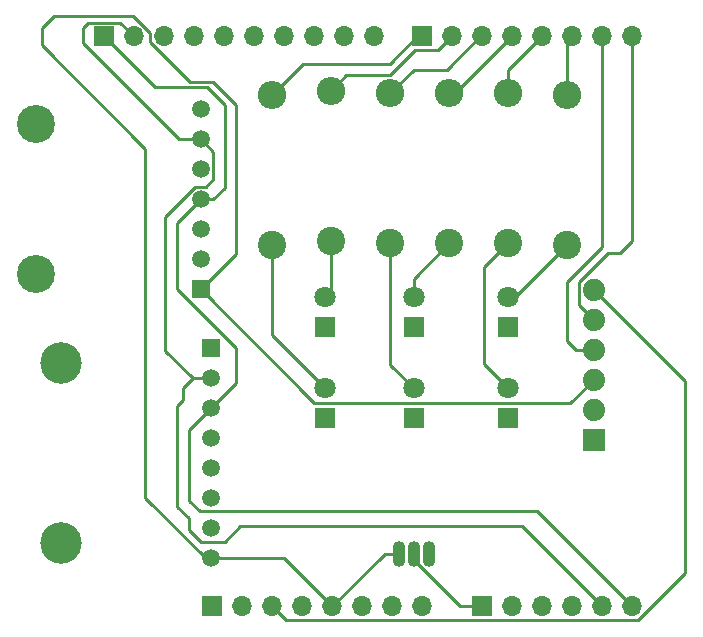
<source format=gbr>
%TF.GenerationSoftware,KiCad,Pcbnew,8.0.8*%
%TF.CreationDate,2025-03-12T20:50:06-06:00*%
%TF.ProjectId,UnoShieldFinalProject,556e6f53-6869-4656-9c64-46696e616c50,rev?*%
%TF.SameCoordinates,Original*%
%TF.FileFunction,Copper,L1,Top*%
%TF.FilePolarity,Positive*%
%FSLAX46Y46*%
G04 Gerber Fmt 4.6, Leading zero omitted, Abs format (unit mm)*
G04 Created by KiCad (PCBNEW 8.0.8) date 2025-03-12 20:50:06*
%MOMM*%
%LPD*%
G01*
G04 APERTURE LIST*
%TA.AperFunction,ComponentPad*%
%ADD10R,1.700000X1.700000*%
%TD*%
%TA.AperFunction,ComponentPad*%
%ADD11O,1.700000X1.700000*%
%TD*%
%TA.AperFunction,ComponentPad*%
%ADD12O,1.100000X2.200000*%
%TD*%
%TA.AperFunction,ComponentPad*%
%ADD13R,1.800000X1.800000*%
%TD*%
%TA.AperFunction,ComponentPad*%
%ADD14C,1.800000*%
%TD*%
%TA.AperFunction,ComponentPad*%
%ADD15R,1.879600X1.879600*%
%TD*%
%TA.AperFunction,ComponentPad*%
%ADD16C,1.879600*%
%TD*%
%TA.AperFunction,ComponentPad*%
%ADD17C,2.400000*%
%TD*%
%TA.AperFunction,ComponentPad*%
%ADD18O,2.400000X2.400000*%
%TD*%
%TA.AperFunction,ComponentPad*%
%ADD19R,1.508000X1.508000*%
%TD*%
%TA.AperFunction,ComponentPad*%
%ADD20C,1.508000*%
%TD*%
%TA.AperFunction,ComponentPad*%
%ADD21C,3.216000*%
%TD*%
%TA.AperFunction,ComponentPad*%
%ADD22C,3.516000*%
%TD*%
%TA.AperFunction,Conductor*%
%ADD23C,0.250000*%
%TD*%
G04 APERTURE END LIST*
D10*
%TO.P,J1,1,Pin_1*%
%TO.N,unconnected-(J1-Pin_1-Pad1)*%
X127940000Y-97460000D03*
D11*
%TO.P,J1,2,Pin_2*%
%TO.N,/IOREF*%
X130480000Y-97460000D03*
%TO.P,J1,3,Pin_3*%
%TO.N,/Reset*%
X133020000Y-97460000D03*
%TO.P,J1,4,Pin_4*%
%TO.N,+3V3*%
X135560000Y-97460000D03*
%TO.P,J1,5,Pin_5*%
%TO.N,+5V*%
X138100000Y-97460000D03*
%TO.P,J1,6,Pin_6*%
%TO.N,GND*%
X140640000Y-97460000D03*
%TO.P,J1,7,Pin_7*%
X143180000Y-97460000D03*
%TO.P,J1,8,Pin_8*%
%TO.N,VCC*%
X145720000Y-97460000D03*
%TD*%
D10*
%TO.P,J3,1,Pin_1*%
%TO.N,/A0*%
X150800000Y-97460000D03*
D11*
%TO.P,J3,2,Pin_2*%
%TO.N,/A1*%
X153340000Y-97460000D03*
%TO.P,J3,3,Pin_3*%
%TO.N,/A2*%
X155880000Y-97460000D03*
%TO.P,J3,4,Pin_4*%
%TO.N,/A3*%
X158420000Y-97460000D03*
%TO.P,J3,5,Pin_5*%
%TO.N,/SDA{slash}A4*%
X160960000Y-97460000D03*
%TO.P,J3,6,Pin_6*%
%TO.N,/SCL{slash}A5*%
X163500000Y-97460000D03*
%TD*%
D10*
%TO.P,J2,1,Pin_1*%
%TO.N,/SCL{slash}A5*%
X118796000Y-49200000D03*
D11*
%TO.P,J2,2,Pin_2*%
%TO.N,/SDA{slash}A4*%
X121336000Y-49200000D03*
%TO.P,J2,3,Pin_3*%
%TO.N,/AREF*%
X123876000Y-49200000D03*
%TO.P,J2,4,Pin_4*%
%TO.N,GND*%
X126416000Y-49200000D03*
%TO.P,J2,5,Pin_5*%
%TO.N,/13*%
X128956000Y-49200000D03*
%TO.P,J2,6,Pin_6*%
%TO.N,/12*%
X131496000Y-49200000D03*
%TO.P,J2,7,Pin_7*%
%TO.N,/\u002A11*%
X134036000Y-49200000D03*
%TO.P,J2,8,Pin_8*%
%TO.N,/\u002A10*%
X136576000Y-49200000D03*
%TO.P,J2,9,Pin_9*%
%TO.N,/\u002A9*%
X139116000Y-49200000D03*
%TO.P,J2,10,Pin_10*%
%TO.N,/8*%
X141656000Y-49200000D03*
%TD*%
D10*
%TO.P,J4,1,Pin_1*%
%TO.N,/7*%
X145720000Y-49200000D03*
D11*
%TO.P,J4,2,Pin_2*%
%TO.N,/\u002A6*%
X148260000Y-49200000D03*
%TO.P,J4,3,Pin_3*%
%TO.N,/\u002A5*%
X150800000Y-49200000D03*
%TO.P,J4,4,Pin_4*%
%TO.N,/4*%
X153340000Y-49200000D03*
%TO.P,J4,5,Pin_5*%
%TO.N,/\u002A3*%
X155880000Y-49200000D03*
%TO.P,J4,6,Pin_6*%
%TO.N,/2*%
X158420000Y-49200000D03*
%TO.P,J4,7,Pin_7*%
%TO.N,/TX{slash}1*%
X160960000Y-49200000D03*
%TO.P,J4,8,Pin_8*%
%TO.N,/RX{slash}0*%
X163500000Y-49200000D03*
%TD*%
D12*
%TO.P,U2,1,+VS*%
%TO.N,+5V*%
X143730000Y-93000000D03*
%TO.P,U2,2,VOUT*%
%TO.N,/A0*%
X145000000Y-93000000D03*
%TO.P,U2,3,GND*%
%TO.N,GND*%
X146270000Y-93000000D03*
%TD*%
D13*
%TO.P,D4,1,K*%
%TO.N,GND*%
X145000000Y-81540000D03*
D14*
%TO.P,D4,2,A*%
%TO.N,Net-(D4-A)*%
X145000000Y-79000000D03*
%TD*%
D15*
%TO.P,U1,1,BLK*%
%TO.N,GND*%
X160245000Y-83350000D03*
D16*
%TO.P,U1,2,GND*%
X160245000Y-80810000D03*
%TO.P,U1,3,VCC*%
%TO.N,+5V*%
X160245000Y-78270000D03*
%TO.P,U1,4,TXO*%
%TO.N,/TX{slash}1*%
X160245000Y-75730000D03*
%TO.P,U1,5,RXI*%
%TO.N,/RX{slash}0*%
X160245000Y-73190000D03*
%TO.P,U1,6,GRN*%
%TO.N,/Reset*%
X160245000Y-70650000D03*
%TD*%
D17*
%TO.P,R3,1*%
%TO.N,Net-(D3-A)*%
X148000000Y-66700000D03*
D18*
%TO.P,R3,2*%
%TO.N,/4*%
X148000000Y-54000000D03*
%TD*%
D13*
%TO.P,D2,1,K*%
%TO.N,GND*%
X153000000Y-81500000D03*
D14*
%TO.P,D2,2,A*%
%TO.N,Net-(D2-A)*%
X153000000Y-78960000D03*
%TD*%
D17*
%TO.P,R2,1*%
%TO.N,Net-(D2-A)*%
X153000000Y-66700000D03*
D18*
%TO.P,R2,2*%
%TO.N,/\u002A3*%
X153000000Y-54000000D03*
%TD*%
D17*
%TO.P,R4,1*%
%TO.N,Net-(D4-A)*%
X143000000Y-66700000D03*
D18*
%TO.P,R4,2*%
%TO.N,/\u002A5*%
X143000000Y-54000000D03*
%TD*%
D17*
%TO.P,R5,1*%
%TO.N,Net-(D5-A)*%
X138000000Y-66500000D03*
D18*
%TO.P,R5,2*%
%TO.N,/\u002A6*%
X138000000Y-53800000D03*
%TD*%
D19*
%TO.P,U3,1,VIN*%
%TO.N,+5V*%
X126985000Y-70620000D03*
D20*
%TO.P,U3,2,3VO*%
%TO.N,unconnected-(U3-3VO-Pad2)*%
X126985000Y-68080000D03*
%TO.P,U3,3,GND*%
%TO.N,GND*%
X126985000Y-65540000D03*
%TO.P,U3,4,SCK*%
%TO.N,/SCL{slash}A5*%
X126985000Y-63000000D03*
%TO.P,U3,5,SDO*%
%TO.N,unconnected-(U3-SDO-Pad5)*%
X126985000Y-60460000D03*
%TO.P,U3,6,SDI*%
%TO.N,/SDA{slash}A4*%
X126985000Y-57920000D03*
%TO.P,U3,7,CS*%
%TO.N,unconnected-(U3-CS-Pad7)*%
X126985000Y-55380000D03*
D21*
%TO.P,U3,P1*%
%TO.N,N/C*%
X113015000Y-69350000D03*
%TO.P,U3,P2*%
X113015000Y-56650000D03*
%TD*%
D19*
%TO.P,U4,1,A*%
%TO.N,unconnected-(U4-A-Pad1)*%
X127850000Y-75610000D03*
D20*
%TO.P,U4,2,SDA*%
%TO.N,/SDA{slash}A4*%
X127850000Y-78150000D03*
%TO.P,U4,3,SCL*%
%TO.N,/SCL{slash}A5*%
X127850000Y-80690000D03*
%TO.P,U4,4,I1*%
%TO.N,unconnected-(U4-I1-Pad4)*%
X127850000Y-83230000D03*
%TO.P,U4,5,I2*%
%TO.N,unconnected-(U4-I2-Pad5)*%
X127850000Y-85770000D03*
%TO.P,U4,6,3VO*%
%TO.N,unconnected-(U4-3VO-Pad6)*%
X127850000Y-88310000D03*
%TO.P,U4,7,GND*%
%TO.N,GND*%
X127850000Y-90850000D03*
%TO.P,U4,8,VIN*%
%TO.N,+5V*%
X127850000Y-93390000D03*
D22*
%TO.P,U4,P1*%
%TO.N,N/C*%
X115150000Y-92120000D03*
%TO.P,U4,P2*%
X115150000Y-76880000D03*
%TD*%
D13*
%TO.P,D6,1,K*%
%TO.N,GND*%
X137500000Y-81500000D03*
D14*
%TO.P,D6,2,A*%
%TO.N,Net-(D6-A)*%
X137500000Y-78960000D03*
%TD*%
D17*
%TO.P,R1,1*%
%TO.N,Net-(D1-A)*%
X158000000Y-66850000D03*
D18*
%TO.P,R1,2*%
%TO.N,/2*%
X158000000Y-54150000D03*
%TD*%
D13*
%TO.P,D3,1,K*%
%TO.N,GND*%
X145000000Y-73775000D03*
D14*
%TO.P,D3,2,A*%
%TO.N,Net-(D3-A)*%
X145000000Y-71235000D03*
%TD*%
D13*
%TO.P,D1,1,K*%
%TO.N,GND*%
X153000000Y-73775000D03*
D14*
%TO.P,D1,2,A*%
%TO.N,Net-(D1-A)*%
X153000000Y-71235000D03*
%TD*%
D13*
%TO.P,D5,1,K*%
%TO.N,GND*%
X137500000Y-73775000D03*
D14*
%TO.P,D5,2,A*%
%TO.N,Net-(D5-A)*%
X137500000Y-71235000D03*
%TD*%
D17*
%TO.P,R6,1*%
%TO.N,Net-(D6-A)*%
X133000000Y-66850000D03*
D18*
%TO.P,R6,2*%
%TO.N,/7*%
X133000000Y-54150000D03*
%TD*%
D23*
%TO.N,+5V*%
X130000000Y-55000000D02*
X130000000Y-67605000D01*
X128050000Y-53050000D02*
X130000000Y-55000000D01*
X126050000Y-53050000D02*
X128050000Y-53050000D01*
X130000000Y-67605000D02*
X126985000Y-70620000D01*
X121272701Y-47475000D02*
X122701000Y-48903299D01*
X114525482Y-47475000D02*
X121272701Y-47475000D01*
X122701000Y-49701000D02*
X126050000Y-53050000D01*
X113515000Y-48485482D02*
X114525482Y-47475000D01*
X122701000Y-48903299D02*
X122701000Y-49701000D01*
X113515000Y-49914518D02*
X113515000Y-48485482D01*
X122300241Y-88300241D02*
X122300241Y-58699759D01*
X122300241Y-58699759D02*
X113515000Y-49914518D01*
X127390000Y-93390000D02*
X122300241Y-88300241D01*
X127850000Y-93390000D02*
X127390000Y-93390000D01*
%TO.N,/SDA{slash}A4*%
X120161000Y-48025000D02*
X121336000Y-49200000D01*
X117000000Y-49754000D02*
X117000000Y-48500000D01*
X117000000Y-48500000D02*
X117475000Y-48025000D01*
X125166000Y-57920000D02*
X117000000Y-49754000D01*
X126985000Y-57920000D02*
X125166000Y-57920000D01*
X117475000Y-48025000D02*
X120161000Y-48025000D01*
%TO.N,/SCL{slash}A5*%
X123096000Y-53500000D02*
X118796000Y-49200000D01*
X129000000Y-62051317D02*
X129000000Y-55000000D01*
X129000000Y-55000000D02*
X127500000Y-53500000D01*
X127500000Y-53500000D02*
X123096000Y-53500000D01*
X128051317Y-63000000D02*
X129000000Y-62051317D01*
X126985000Y-63000000D02*
X128051317Y-63000000D01*
%TO.N,/SDA{slash}A4*%
X124000000Y-75800000D02*
X126350000Y-78150000D01*
X124000000Y-64459063D02*
X124000000Y-75800000D01*
X126538063Y-61921000D02*
X124000000Y-64459063D01*
X127431937Y-61921000D02*
X126538063Y-61921000D01*
X128064000Y-61288937D02*
X127431937Y-61921000D01*
X128064000Y-58999000D02*
X128064000Y-61288937D01*
X126985000Y-57920000D02*
X128064000Y-58999000D01*
%TO.N,/SCL{slash}A5*%
X125000000Y-70602000D02*
X125000000Y-64985000D01*
X130000000Y-75602000D02*
X125000000Y-70602000D01*
X125000000Y-64985000D02*
X126985000Y-63000000D01*
X127850000Y-80690000D02*
X130000000Y-78540000D01*
X130000000Y-78540000D02*
X130000000Y-75602000D01*
%TO.N,+5V*%
X136590000Y-80225000D02*
X126985000Y-70620000D01*
X158290000Y-80225000D02*
X136590000Y-80225000D01*
X160245000Y-78270000D02*
X158290000Y-80225000D01*
%TO.N,/SCL{slash}A5*%
X126000000Y-82540000D02*
X127850000Y-80690000D01*
X126000000Y-88500000D02*
X126000000Y-82540000D01*
X126889000Y-89389000D02*
X126000000Y-88500000D01*
X155429000Y-89389000D02*
X126889000Y-89389000D01*
X163500000Y-97460000D02*
X155429000Y-89389000D01*
%TO.N,/SDA{slash}A4*%
X126350000Y-78150000D02*
X127850000Y-78150000D01*
X125500000Y-79000000D02*
X126350000Y-78150000D01*
X125500000Y-80000000D02*
X125500000Y-79000000D01*
X125000000Y-80500000D02*
X125500000Y-80000000D01*
X126000000Y-91000000D02*
X126000000Y-90000000D01*
X127000000Y-92000000D02*
X126000000Y-91000000D01*
X126000000Y-90000000D02*
X125000000Y-89000000D01*
X129000000Y-92000000D02*
X127000000Y-92000000D01*
X154155000Y-90655000D02*
X130345000Y-90655000D01*
X160960000Y-97460000D02*
X154155000Y-90655000D01*
X130345000Y-90655000D02*
X129000000Y-92000000D01*
X125000000Y-89000000D02*
X125000000Y-80500000D01*
%TO.N,/Reset*%
X168000000Y-94621701D02*
X168000000Y-78405000D01*
X163986701Y-98635000D02*
X168000000Y-94621701D01*
X134195000Y-98635000D02*
X163986701Y-98635000D01*
X133020000Y-97460000D02*
X134195000Y-98635000D01*
X168000000Y-78405000D02*
X160245000Y-70650000D01*
%TO.N,+5V*%
X134030000Y-93390000D02*
X138100000Y-97460000D01*
X127850000Y-93390000D02*
X134030000Y-93390000D01*
%TO.N,/A0*%
X148910000Y-97460000D02*
X150800000Y-97460000D01*
X145000000Y-93550000D02*
X148910000Y-97460000D01*
X145000000Y-93000000D02*
X145000000Y-93550000D01*
%TO.N,+5V*%
X143730000Y-93000000D02*
X142560000Y-93000000D01*
X142560000Y-93000000D02*
X138100000Y-97460000D01*
%TO.N,/RX{slash}0*%
X161500000Y-67500000D02*
X162500000Y-67500000D01*
X158980200Y-70019800D02*
X161500000Y-67500000D01*
X163500000Y-66500000D02*
X163500000Y-49200000D01*
X158980200Y-71925200D02*
X158980200Y-70019800D01*
X160245000Y-73190000D02*
X158980200Y-71925200D01*
X162500000Y-67500000D02*
X163500000Y-66500000D01*
%TO.N,/TX{slash}1*%
X158000000Y-70000000D02*
X160960000Y-67040000D01*
X158000000Y-75000000D02*
X158000000Y-70000000D01*
X158730000Y-75730000D02*
X158000000Y-75000000D01*
X160245000Y-75730000D02*
X158730000Y-75730000D01*
X160960000Y-67040000D02*
X160960000Y-49200000D01*
%TO.N,Net-(D6-A)*%
X133000000Y-74460000D02*
X137500000Y-78960000D01*
X133000000Y-66850000D02*
X133000000Y-74460000D01*
%TO.N,Net-(D5-A)*%
X138000000Y-70735000D02*
X137500000Y-71235000D01*
X138000000Y-66500000D02*
X138000000Y-70735000D01*
%TO.N,Net-(D4-A)*%
X143000000Y-77000000D02*
X145000000Y-79000000D01*
X143000000Y-66700000D02*
X143000000Y-77000000D01*
%TO.N,Net-(D3-A)*%
X145000000Y-69700000D02*
X145000000Y-71235000D01*
X148000000Y-66700000D02*
X145000000Y-69700000D01*
%TO.N,Net-(D2-A)*%
X151000000Y-76960000D02*
X153000000Y-78960000D01*
X151000000Y-68700000D02*
X151000000Y-76960000D01*
X153000000Y-66700000D02*
X151000000Y-68700000D01*
%TO.N,Net-(D1-A)*%
X153615000Y-71235000D02*
X153000000Y-71235000D01*
X158000000Y-66850000D02*
X153615000Y-71235000D01*
%TO.N,/\u002A6*%
X145100000Y-50375000D02*
X143000000Y-52475000D01*
X139325000Y-52475000D02*
X138000000Y-53800000D01*
X147085000Y-50375000D02*
X145100000Y-50375000D01*
X148260000Y-49200000D02*
X147085000Y-50375000D01*
X143000000Y-52475000D02*
X139325000Y-52475000D01*
%TO.N,/7*%
X135650000Y-51500000D02*
X133000000Y-54150000D01*
X145300000Y-49200000D02*
X143000000Y-51500000D01*
X143000000Y-51500000D02*
X135650000Y-51500000D01*
X145720000Y-49200000D02*
X145300000Y-49200000D01*
%TO.N,/\u002A5*%
X145000000Y-52000000D02*
X143000000Y-54000000D01*
X147843324Y-52000000D02*
X145000000Y-52000000D01*
X150643324Y-49200000D02*
X147843324Y-52000000D01*
X150800000Y-49200000D02*
X150643324Y-49200000D01*
%TO.N,/4*%
X148540000Y-54000000D02*
X148000000Y-54000000D01*
X153340000Y-49200000D02*
X148540000Y-54000000D01*
%TO.N,/\u002A3*%
X153000000Y-52080000D02*
X155880000Y-49200000D01*
X153000000Y-54000000D02*
X153000000Y-52080000D01*
%TO.N,/2*%
X158000000Y-49620000D02*
X158420000Y-49200000D01*
X158000000Y-54150000D02*
X158000000Y-49620000D01*
%TD*%
M02*

</source>
